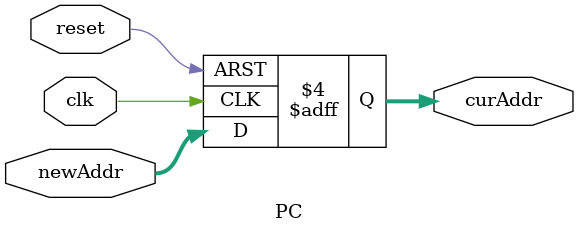
<source format=v>
`timescale 1ns / 1ps


module PC(
    input clk, 
    input reset,
    input [31:0] newAddr,
    output reg [31:0] curAddr
    );
    initial begin
        curAddr <= 0;
    end
    
    always @ (negedge clk or negedge reset) begin
        if(reset == 0) curAddr <= 0;
        else begin
            curAddr <= newAddr;
        end
    end
endmodule

</source>
